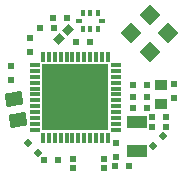
<source format=gtp>
G04*
G04 #@! TF.GenerationSoftware,Altium Limited,Altium Designer,20.0.13 (296)*
G04*
G04 Layer_Color=8421504*
%FSLAX25Y25*%
%MOIN*%
G70*
G01*
G75*
%ADD14R,0.22441X0.22441*%
%ADD15R,0.01181X0.03347*%
%ADD16R,0.03347X0.01181*%
G04:AMPARAMS|DCode=17|XSize=57.09mil|YSize=45.28mil|CornerRadius=0mil|HoleSize=0mil|Usage=FLASHONLY|Rotation=190.000|XOffset=0mil|YOffset=0mil|HoleType=Round|Shape=Rectangle|*
%AMROTATEDRECTD17*
4,1,4,0.02418,0.02725,0.03204,-0.01734,-0.02418,-0.02725,-0.03204,0.01734,0.02418,0.02725,0.0*
%
%ADD17ROTATEDRECTD17*%

%ADD18R,0.03937X0.03543*%
G04:AMPARAMS|DCode=19|XSize=29.53mil|YSize=23.62mil|CornerRadius=0mil|HoleSize=0mil|Usage=FLASHONLY|Rotation=45.000|XOffset=0mil|YOffset=0mil|HoleType=Round|Shape=Rectangle|*
%AMROTATEDRECTD19*
4,1,4,-0.00209,-0.01879,-0.01879,-0.00209,0.00209,0.01879,0.01879,0.00209,-0.00209,-0.01879,0.0*
%
%ADD19ROTATEDRECTD19*%

%ADD20R,0.02165X0.02165*%
%ADD21R,0.07087X0.03937*%
%ADD22P,0.06960X4X90.0*%
%ADD23R,0.01575X0.02362*%
%ADD24R,0.02362X0.01575*%
%ADD25R,0.02165X0.02165*%
%ADD26P,0.03062X4X180.0*%
%ADD27P,0.03062X4X90.0*%
D14*
X25000Y28417D02*
D03*
D15*
X35827Y14835D02*
D03*
X33858D02*
D03*
X31890D02*
D03*
X29921D02*
D03*
X27953D02*
D03*
X25984D02*
D03*
X24016D02*
D03*
X22047D02*
D03*
X20079D02*
D03*
X18110D02*
D03*
X16142D02*
D03*
X14173D02*
D03*
Y42000D02*
D03*
X16142D02*
D03*
X18110D02*
D03*
X20079D02*
D03*
X22047D02*
D03*
X24016D02*
D03*
X25984D02*
D03*
X27953D02*
D03*
X29921D02*
D03*
X31890D02*
D03*
X33858D02*
D03*
X35827D02*
D03*
D16*
X11417Y17591D02*
D03*
Y19559D02*
D03*
Y21528D02*
D03*
Y23496D02*
D03*
Y25465D02*
D03*
Y27433D02*
D03*
Y29402D02*
D03*
Y31370D02*
D03*
Y33339D02*
D03*
Y35307D02*
D03*
Y37276D02*
D03*
Y39244D02*
D03*
X38583D02*
D03*
Y37276D02*
D03*
Y35307D02*
D03*
Y33339D02*
D03*
Y31370D02*
D03*
Y29402D02*
D03*
Y27433D02*
D03*
Y25465D02*
D03*
Y23496D02*
D03*
Y21528D02*
D03*
Y19559D02*
D03*
Y17591D02*
D03*
D17*
X5770Y21011D02*
D03*
X4540Y27990D02*
D03*
D18*
X53500Y26350D02*
D03*
Y32650D02*
D03*
D19*
X19469Y47969D02*
D03*
X22531Y51031D02*
D03*
D20*
X24268Y7976D02*
D03*
Y5024D02*
D03*
X34701D02*
D03*
Y7976D02*
D03*
X38200Y5500D02*
D03*
X42800D02*
D03*
X14700Y7500D02*
D03*
X19300D02*
D03*
X50700Y22000D02*
D03*
X55300D02*
D03*
X48800Y32500D02*
D03*
X44200D02*
D03*
X29800Y47000D02*
D03*
X25200D02*
D03*
X55300Y18500D02*
D03*
X50700D02*
D03*
X48800Y28500D02*
D03*
X44200D02*
D03*
X48800Y25000D02*
D03*
X44200D02*
D03*
X13200Y51500D02*
D03*
X17800D02*
D03*
X22300Y55000D02*
D03*
X17700D02*
D03*
D21*
X45400Y20321D02*
D03*
Y10479D02*
D03*
D22*
X49755Y56009D02*
D03*
X43491Y49745D02*
D03*
X56018D02*
D03*
X49755Y43482D02*
D03*
D23*
X27441Y56697D02*
D03*
X30000D02*
D03*
X32559D02*
D03*
X27441Y51303D02*
D03*
X30000D02*
D03*
X32559D02*
D03*
D24*
X33937Y54000D02*
D03*
X26063D02*
D03*
D25*
X10000Y43700D02*
D03*
Y48300D02*
D03*
X38500Y8700D02*
D03*
Y13300D02*
D03*
X58000Y28200D02*
D03*
Y32800D02*
D03*
X3500Y38800D02*
D03*
Y34200D02*
D03*
D26*
X9374Y13126D02*
D03*
X12626Y9874D02*
D03*
D27*
X54126Y15626D02*
D03*
X50874Y12374D02*
D03*
M02*

</source>
